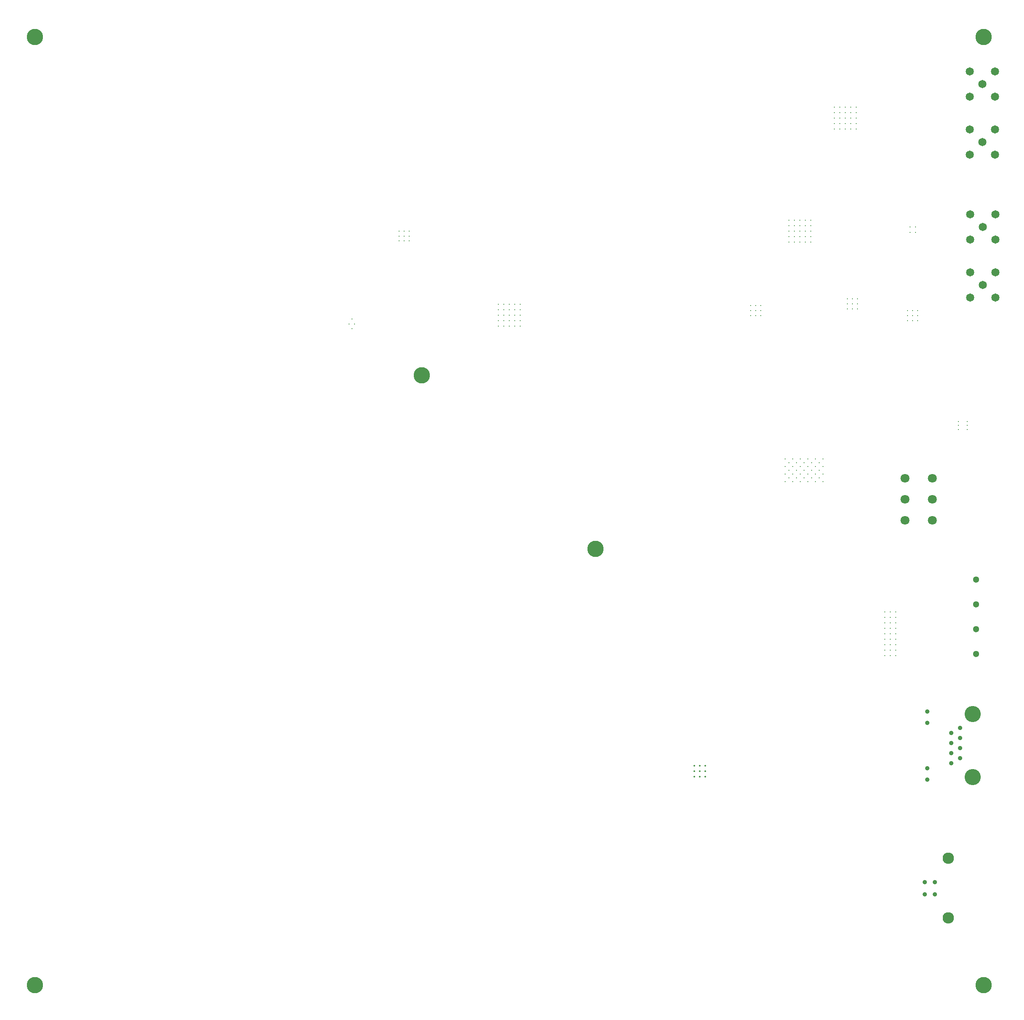
<source format=gbr>
%TF.GenerationSoftware,Altium Limited,Altium Designer,23.11.1 (41)*%
G04 Layer_Color=0*
%FSLAX45Y45*%
%MOMM*%
%TF.SameCoordinates,75D3B97C-BFDA-4FAF-9EB3-CC348FD6A853*%
%TF.FilePolarity,Positive*%
%TF.FileFunction,Plated,1,12,PTH,Drill*%
%TF.Part,Single*%
G01*
G75*
%TA.AperFunction,ComponentDrill*%
%ADD240C,3.30000*%
%ADD241C,1.65000*%
%ADD242C,3.25120*%
%ADD243C,0.88900*%
%ADD244C,2.30000*%
%ADD245C,0.90000*%
%ADD246C,0.35000*%
%ADD247C,1.30000*%
%ADD248C,1.80340*%
%TA.AperFunction,ViaDrill,NotFilled*%
%ADD249C,0.15240*%
%ADD250C,0.20000*%
%ADD251C,0.30000*%
%ADD252C,0.30480*%
%ADD253C,0.25400*%
D240*
X457199Y457199D02*
D03*
Y19557999D02*
D03*
X11744001Y9247042D02*
D03*
X8244001Y12747042D02*
D03*
X19557999Y457199D02*
D03*
Y19557999D02*
D03*
D241*
X19276059Y17193259D02*
D03*
X19784059D02*
D03*
Y17701259D02*
D03*
X19276059D02*
D03*
X19530058Y17447260D02*
D03*
X19545297Y15731273D02*
D03*
X19291296Y15985274D02*
D03*
X19799297D02*
D03*
Y15477274D02*
D03*
X19291296D02*
D03*
X19545297Y14562872D02*
D03*
X19291296Y14816873D02*
D03*
X19799297D02*
D03*
Y14308873D02*
D03*
X19291296D02*
D03*
X19530058Y18615659D02*
D03*
X19276059Y18869659D02*
D03*
X19784059D02*
D03*
Y18361659D02*
D03*
X19276059D02*
D03*
D242*
X19339796Y5918199D02*
D03*
Y4648199D02*
D03*
D243*
X19085797Y5638799D02*
D03*
Y5435599D02*
D03*
Y5232399D02*
D03*
Y5029199D02*
D03*
X18907997Y5537199D02*
D03*
Y5333999D02*
D03*
Y5130799D02*
D03*
Y4927599D02*
D03*
X18425397Y5968999D02*
D03*
Y4825999D02*
D03*
Y4597399D02*
D03*
Y5740399D02*
D03*
D244*
X18846799Y3014999D02*
D03*
Y1810998D02*
D03*
D245*
X18576802Y2288000D02*
D03*
Y2538002D02*
D03*
X18376802Y2288000D02*
D03*
Y2538002D02*
D03*
D246*
X13736798Y4875698D02*
D03*
X13843797D02*
D03*
X13950798D02*
D03*
X13736798Y4768698D02*
D03*
X13843797D02*
D03*
X13950798D02*
D03*
X13736798Y4661698D02*
D03*
X13843797D02*
D03*
X13950798D02*
D03*
D247*
X19405598Y7128001D02*
D03*
Y7628000D02*
D03*
Y8127999D02*
D03*
Y8627998D02*
D03*
D248*
X17973201Y9828000D02*
D03*
Y10248000D02*
D03*
Y10667999D02*
D03*
X18523198Y9828000D02*
D03*
Y10248000D02*
D03*
Y10667999D02*
D03*
D249*
X16873743Y8059072D02*
D03*
Y7868572D02*
D03*
Y7665372D02*
D03*
Y7462172D02*
D03*
X16872916Y7077949D02*
D03*
Y7281149D02*
D03*
X15461176Y7079564D02*
D03*
X15664375D02*
D03*
X15461176Y7282764D02*
D03*
X15664375D02*
D03*
X15257976D02*
D03*
X15054776D02*
D03*
X14851576D02*
D03*
X15257976Y7079564D02*
D03*
X15054776D02*
D03*
X14851576D02*
D03*
X15866982Y7078035D02*
D03*
X16070181D02*
D03*
X16273381D02*
D03*
X15866982Y7281235D02*
D03*
X16070181D02*
D03*
X16273381D02*
D03*
X16679781D02*
D03*
X16476581D02*
D03*
X16679781Y7078035D02*
D03*
X16476581D02*
D03*
X16477409Y7462258D02*
D03*
X16680609D02*
D03*
X16477409Y7665458D02*
D03*
X16680609D02*
D03*
Y7868658D02*
D03*
X16477409D02*
D03*
Y8059158D02*
D03*
X16680609D02*
D03*
X16274210D02*
D03*
X16071008D02*
D03*
X15867809D02*
D03*
Y7868658D02*
D03*
X16071008D02*
D03*
X16274210D02*
D03*
Y7665458D02*
D03*
X16071008D02*
D03*
X15867809D02*
D03*
X16274210Y7462258D02*
D03*
X16071008D02*
D03*
X15867809D02*
D03*
X18106390Y7575238D02*
D03*
Y7422838D02*
D03*
X17230090Y7435538D02*
D03*
Y7372038D02*
D03*
X1016000Y1778000D02*
D03*
X761377Y1782217D02*
D03*
X508000Y1778000D02*
D03*
X254000D02*
D03*
X1270000D02*
D03*
X1524000D02*
D03*
X1779853Y772706D02*
D03*
X1784070Y519329D02*
D03*
Y265329D02*
D03*
Y1789329D02*
D03*
Y1535329D02*
D03*
Y1027329D02*
D03*
Y1281329D02*
D03*
X1778000Y19050000D02*
D03*
X2032000D02*
D03*
X1777377Y18800217D02*
D03*
X2032000Y18796001D02*
D03*
Y19303999D02*
D03*
X1777377Y19308217D02*
D03*
X2032000Y19812000D02*
D03*
Y19558000D02*
D03*
X1778000Y19812000D02*
D03*
Y19558000D02*
D03*
X2286000D02*
D03*
Y19812000D02*
D03*
X10160000D02*
D03*
Y19558000D02*
D03*
X9652000D02*
D03*
Y19812000D02*
D03*
X9906000Y19558000D02*
D03*
Y19812000D02*
D03*
X8890000D02*
D03*
Y19558000D02*
D03*
X8636000Y19812000D02*
D03*
Y19558000D02*
D03*
X9144000D02*
D03*
Y19812000D02*
D03*
X9398000Y19558000D02*
D03*
Y19812000D02*
D03*
X7366000D02*
D03*
Y19558000D02*
D03*
X7112000Y19812000D02*
D03*
Y19558000D02*
D03*
X6604000D02*
D03*
Y19812000D02*
D03*
X6858000Y19558000D02*
D03*
Y19812000D02*
D03*
X7874000D02*
D03*
Y19558000D02*
D03*
X7620000Y19812000D02*
D03*
Y19558000D02*
D03*
X8128000D02*
D03*
Y19812000D02*
D03*
X8382000Y19558000D02*
D03*
Y19812000D02*
D03*
X4318000D02*
D03*
Y19558000D02*
D03*
X4064000Y19812000D02*
D03*
Y19558000D02*
D03*
X3556000D02*
D03*
Y19812000D02*
D03*
X3810000Y19558000D02*
D03*
Y19812000D02*
D03*
X2794000D02*
D03*
Y19558000D02*
D03*
X2540000Y19812000D02*
D03*
Y19558000D02*
D03*
X3048000D02*
D03*
Y19812000D02*
D03*
X3302000Y19558000D02*
D03*
Y19812000D02*
D03*
X5334000D02*
D03*
Y19558000D02*
D03*
X5080000Y19812000D02*
D03*
Y19558000D02*
D03*
X4572000D02*
D03*
Y19812000D02*
D03*
X4826000Y19558000D02*
D03*
Y19812000D02*
D03*
X5842000D02*
D03*
Y19558000D02*
D03*
X5588000Y19812000D02*
D03*
Y19558000D02*
D03*
X6096000D02*
D03*
Y19812000D02*
D03*
X6350000Y19558000D02*
D03*
Y19812000D02*
D03*
X2032000Y1270000D02*
D03*
Y1016000D02*
D03*
Y1524000D02*
D03*
Y1778000D02*
D03*
X1270000Y2794000D02*
D03*
X1524000D02*
D03*
X1778000D02*
D03*
X2032000D02*
D03*
X1270000Y2540000D02*
D03*
X1524000D02*
D03*
X1777377Y2544217D02*
D03*
X2032000Y2540000D02*
D03*
Y2032000D02*
D03*
X1777377Y2036217D02*
D03*
X1524000Y2032000D02*
D03*
X1270000D02*
D03*
X2032000Y2286000D02*
D03*
X1778000D02*
D03*
X1524000D02*
D03*
X1270000D02*
D03*
X254000D02*
D03*
X508000D02*
D03*
X762000D02*
D03*
X1016000D02*
D03*
X254000Y2032000D02*
D03*
X508000D02*
D03*
X761377Y2036217D02*
D03*
X1016000Y2032000D02*
D03*
Y2540000D02*
D03*
X761377Y2544217D02*
D03*
X508000Y2540000D02*
D03*
X254000D02*
D03*
X1016000Y2794000D02*
D03*
X762000D02*
D03*
X508000D02*
D03*
X254000D02*
D03*
X2794000Y254000D02*
D03*
Y508000D02*
D03*
Y762000D02*
D03*
X3048000Y254000D02*
D03*
Y508000D02*
D03*
X3043783Y761377D02*
D03*
X3302000Y762000D02*
D03*
Y508000D02*
D03*
Y254000D02*
D03*
X2032000D02*
D03*
Y508000D02*
D03*
X2027783Y761377D02*
D03*
X2535783D02*
D03*
X2540000Y508000D02*
D03*
Y254000D02*
D03*
X2286000Y762000D02*
D03*
Y508000D02*
D03*
Y254000D02*
D03*
X15239999D02*
D03*
Y508000D02*
D03*
Y762000D02*
D03*
X15494000Y254000D02*
D03*
Y508000D02*
D03*
X15489783Y761377D02*
D03*
X15997783D02*
D03*
X16002000Y508000D02*
D03*
Y254000D02*
D03*
X15748000Y762000D02*
D03*
Y508000D02*
D03*
Y254000D02*
D03*
X16764000D02*
D03*
Y508000D02*
D03*
Y762000D02*
D03*
X17017999Y254000D02*
D03*
Y508000D02*
D03*
X17013783Y761377D02*
D03*
X16505783D02*
D03*
X16510001Y508000D02*
D03*
Y254000D02*
D03*
X16256000Y762000D02*
D03*
Y508000D02*
D03*
Y254000D02*
D03*
X18288000D02*
D03*
Y508000D02*
D03*
Y762000D02*
D03*
X17780000Y254000D02*
D03*
Y508000D02*
D03*
Y762000D02*
D03*
X18034000Y254000D02*
D03*
Y508000D02*
D03*
X18029784Y761377D02*
D03*
X17521783D02*
D03*
X17525999Y508000D02*
D03*
Y254000D02*
D03*
X17272000Y762000D02*
D03*
Y508000D02*
D03*
Y254000D02*
D03*
X13208000D02*
D03*
Y508000D02*
D03*
Y762000D02*
D03*
X13462000Y254000D02*
D03*
Y508000D02*
D03*
X13457784Y761377D02*
D03*
X13965784D02*
D03*
X13970000Y508000D02*
D03*
Y254000D02*
D03*
X13716000Y762000D02*
D03*
Y508000D02*
D03*
Y254000D02*
D03*
X14732001D02*
D03*
Y508000D02*
D03*
Y762000D02*
D03*
X14986000Y254000D02*
D03*
Y508000D02*
D03*
X14981783Y761377D02*
D03*
X14473782D02*
D03*
X14478000Y508000D02*
D03*
Y254000D02*
D03*
X14224001Y762000D02*
D03*
Y508000D02*
D03*
Y254000D02*
D03*
X12192000D02*
D03*
Y508000D02*
D03*
Y762000D02*
D03*
X12446000Y254000D02*
D03*
Y508000D02*
D03*
X12441783Y761377D02*
D03*
X12949783D02*
D03*
X12953999Y508000D02*
D03*
Y254000D02*
D03*
X12700000Y762000D02*
D03*
Y508000D02*
D03*
Y254000D02*
D03*
X11684000D02*
D03*
Y508000D02*
D03*
Y762000D02*
D03*
X11938000Y254000D02*
D03*
Y508000D02*
D03*
X11933783Y761377D02*
D03*
X11425783D02*
D03*
X11430000Y508000D02*
D03*
Y254000D02*
D03*
X3556000D02*
D03*
Y508000D02*
D03*
X3551783Y761377D02*
D03*
X4059783D02*
D03*
X4064000Y508000D02*
D03*
Y254000D02*
D03*
X3810000Y762000D02*
D03*
Y508000D02*
D03*
Y254000D02*
D03*
X4826000D02*
D03*
Y508000D02*
D03*
Y762000D02*
D03*
X5080000Y254000D02*
D03*
Y508000D02*
D03*
X5075783Y761377D02*
D03*
X4567783D02*
D03*
X4572000Y508000D02*
D03*
Y254000D02*
D03*
X4318000Y762000D02*
D03*
Y508000D02*
D03*
Y254000D02*
D03*
X6350000D02*
D03*
Y508000D02*
D03*
Y762000D02*
D03*
X6604000Y254000D02*
D03*
Y508000D02*
D03*
X6599783Y761377D02*
D03*
X7107783D02*
D03*
X7112000Y508000D02*
D03*
Y254000D02*
D03*
X6858000Y762000D02*
D03*
Y508000D02*
D03*
Y254000D02*
D03*
X5842000D02*
D03*
Y508000D02*
D03*
Y762000D02*
D03*
X6096000Y254000D02*
D03*
Y508000D02*
D03*
X6091783Y761377D02*
D03*
X5583783D02*
D03*
X5588000Y508000D02*
D03*
Y254000D02*
D03*
X5334000Y762000D02*
D03*
Y508000D02*
D03*
Y254000D02*
D03*
X9398000D02*
D03*
Y508000D02*
D03*
Y762000D02*
D03*
X9652000Y254000D02*
D03*
Y508000D02*
D03*
X9647783Y761377D02*
D03*
X10155783D02*
D03*
X10160000Y508000D02*
D03*
Y254000D02*
D03*
X9906000Y762000D02*
D03*
Y508000D02*
D03*
Y254000D02*
D03*
X10922000D02*
D03*
Y508000D02*
D03*
Y762000D02*
D03*
X11176000Y254000D02*
D03*
Y508000D02*
D03*
X11171783Y761377D02*
D03*
X10663783D02*
D03*
X10668000Y508000D02*
D03*
Y254000D02*
D03*
X10414000Y762000D02*
D03*
Y508000D02*
D03*
Y254000D02*
D03*
X8382000D02*
D03*
Y508000D02*
D03*
Y762000D02*
D03*
X8636000Y254000D02*
D03*
Y508000D02*
D03*
X8631783Y761377D02*
D03*
X9139783D02*
D03*
X9144000Y508000D02*
D03*
Y254000D02*
D03*
X8890000Y762000D02*
D03*
Y508000D02*
D03*
Y254000D02*
D03*
X7874000D02*
D03*
Y508000D02*
D03*
Y762000D02*
D03*
X8128000Y254000D02*
D03*
Y508000D02*
D03*
X8123783Y761377D02*
D03*
X7615783D02*
D03*
X7620000Y508000D02*
D03*
Y254000D02*
D03*
X7366000Y762000D02*
D03*
Y508000D02*
D03*
Y254000D02*
D03*
X254000Y14732001D02*
D03*
X508000D02*
D03*
X762000D02*
D03*
X1016000D02*
D03*
X254000Y14478000D02*
D03*
X508000D02*
D03*
X761377Y14482217D02*
D03*
X1016000Y14478000D02*
D03*
Y13970000D02*
D03*
X761377Y13974217D02*
D03*
X508000Y13970000D02*
D03*
X254000D02*
D03*
X1016000Y14224001D02*
D03*
X762000D02*
D03*
X508000D02*
D03*
X254000D02*
D03*
X1270000D02*
D03*
X1524000D02*
D03*
X1778000D02*
D03*
X2032000D02*
D03*
X1270000Y13970000D02*
D03*
X1524000D02*
D03*
X1777377Y13974217D02*
D03*
X2032000Y13970000D02*
D03*
Y14478000D02*
D03*
X1777377Y14482217D02*
D03*
X1524000Y14478000D02*
D03*
X1270000D02*
D03*
X2032000Y14732001D02*
D03*
X1778000D02*
D03*
X1524000D02*
D03*
X1270000D02*
D03*
Y13716000D02*
D03*
X1524000D02*
D03*
X1778000D02*
D03*
X2032000D02*
D03*
X1270000Y13462000D02*
D03*
X1524000D02*
D03*
X1777377Y13466217D02*
D03*
X2032000Y13462000D02*
D03*
Y12953999D02*
D03*
X1777377Y12958217D02*
D03*
X1524000Y12953999D02*
D03*
X1270000D02*
D03*
X2032000Y13208000D02*
D03*
X1778000D02*
D03*
X1524000D02*
D03*
X1270000D02*
D03*
X254000D02*
D03*
X508000D02*
D03*
X762000D02*
D03*
X1016000D02*
D03*
X254000Y12953999D02*
D03*
X508000D02*
D03*
X761377Y12958217D02*
D03*
X1016000Y12953999D02*
D03*
Y13462000D02*
D03*
X761377Y13466217D02*
D03*
X508000Y13462000D02*
D03*
X254000D02*
D03*
X1016000Y13716000D02*
D03*
X762000D02*
D03*
X508000D02*
D03*
X254000D02*
D03*
Y11684000D02*
D03*
X508000D02*
D03*
X762000D02*
D03*
X1016000D02*
D03*
X254000Y11430000D02*
D03*
X508000D02*
D03*
X761377Y11434217D02*
D03*
X1016000Y11430000D02*
D03*
Y10922000D02*
D03*
X761377Y10926217D02*
D03*
X508000Y10922000D02*
D03*
X254000D02*
D03*
X1016000Y11176000D02*
D03*
X762000D02*
D03*
X508000D02*
D03*
X254000D02*
D03*
X1270000D02*
D03*
X1524000D02*
D03*
X1778000D02*
D03*
X2032000D02*
D03*
X1270000Y10922000D02*
D03*
X1524000D02*
D03*
X1777377Y10926217D02*
D03*
X2032000Y10922000D02*
D03*
Y11430000D02*
D03*
X1777377Y11434217D02*
D03*
X1524000Y11430000D02*
D03*
X1270000D02*
D03*
X2032000Y11684000D02*
D03*
X1778000D02*
D03*
X1524000D02*
D03*
X1270000D02*
D03*
Y12700000D02*
D03*
X1524000D02*
D03*
X1778000D02*
D03*
X2032000D02*
D03*
X1270000Y12446000D02*
D03*
X1524000D02*
D03*
X1777377Y12450217D02*
D03*
X2032000Y12446000D02*
D03*
Y11938000D02*
D03*
X1777377Y11942217D02*
D03*
X1524000Y11938000D02*
D03*
X1270000D02*
D03*
X2032000Y12192000D02*
D03*
X1778000D02*
D03*
X1524000D02*
D03*
X1270000D02*
D03*
X254000D02*
D03*
X508000D02*
D03*
X762000D02*
D03*
X1016000D02*
D03*
X254000Y11938000D02*
D03*
X508000D02*
D03*
X761377Y11942217D02*
D03*
X1016000Y11938000D02*
D03*
Y12446000D02*
D03*
X761377Y12450217D02*
D03*
X508000Y12446000D02*
D03*
X254000D02*
D03*
X1016000Y12700000D02*
D03*
X762000D02*
D03*
X508000D02*
D03*
X254000D02*
D03*
Y16764000D02*
D03*
X508000D02*
D03*
X762000D02*
D03*
X1016000D02*
D03*
X254000Y16510001D02*
D03*
X508000D02*
D03*
X761377Y16514217D02*
D03*
X1016000Y16510001D02*
D03*
Y16002000D02*
D03*
X761377Y16006216D02*
D03*
X508000Y16002000D02*
D03*
X254000D02*
D03*
X1016000Y16256000D02*
D03*
X762000D02*
D03*
X508000D02*
D03*
X254000D02*
D03*
X1270000D02*
D03*
X1524000D02*
D03*
X1778000D02*
D03*
X2032000D02*
D03*
X1270000Y16002000D02*
D03*
X1524000D02*
D03*
X1777377Y16006216D02*
D03*
X2032000Y16002000D02*
D03*
Y16510001D02*
D03*
X1777377Y16514217D02*
D03*
X1524000Y16510001D02*
D03*
X1270000D02*
D03*
X2032000Y16764000D02*
D03*
X1778000D02*
D03*
X1524000D02*
D03*
X1270000D02*
D03*
Y15748000D02*
D03*
X1524000D02*
D03*
X1778000D02*
D03*
X2032000D02*
D03*
X1270000Y15494000D02*
D03*
X1524000D02*
D03*
X1777377Y15498216D02*
D03*
X2032000Y15494000D02*
D03*
Y14986000D02*
D03*
X1777377Y14990218D02*
D03*
X1524000Y14986000D02*
D03*
X1270000D02*
D03*
X2032000Y15239999D02*
D03*
X1778000D02*
D03*
X1524000D02*
D03*
X1270000D02*
D03*
X254000D02*
D03*
X508000D02*
D03*
X762000D02*
D03*
X1016000D02*
D03*
X254000Y14986000D02*
D03*
X508000D02*
D03*
X761377Y14990218D02*
D03*
X1016000Y14986000D02*
D03*
Y15494000D02*
D03*
X761377Y15498216D02*
D03*
X508000Y15494000D02*
D03*
X254000D02*
D03*
X1016000Y15748000D02*
D03*
X762000D02*
D03*
X508000D02*
D03*
X254000D02*
D03*
Y17780000D02*
D03*
X508000D02*
D03*
X762000D02*
D03*
X1016000D02*
D03*
X254000Y17525999D02*
D03*
X508000D02*
D03*
X761377Y17530217D02*
D03*
X1016000Y17525999D02*
D03*
Y17017999D02*
D03*
X761377Y17022217D02*
D03*
X508000Y17017999D02*
D03*
X254000D02*
D03*
X1016000Y17272000D02*
D03*
X762000D02*
D03*
X508000D02*
D03*
X254000D02*
D03*
X1270000D02*
D03*
X1524000D02*
D03*
X1778000D02*
D03*
X2032000D02*
D03*
X1270000Y17017999D02*
D03*
X1524000D02*
D03*
X1777377Y17022217D02*
D03*
X2032000Y17017999D02*
D03*
Y17525999D02*
D03*
X1777377Y17530217D02*
D03*
X1524000Y17525999D02*
D03*
X1270000D02*
D03*
X2032000Y17780000D02*
D03*
X1778000D02*
D03*
X1524000D02*
D03*
X1270000D02*
D03*
X1777377Y18546217D02*
D03*
X2032000Y18542000D02*
D03*
Y18034000D02*
D03*
X1777377Y18038217D02*
D03*
X1524000Y18034000D02*
D03*
X1270000D02*
D03*
X2032000Y18288000D02*
D03*
X1778000D02*
D03*
X1524000D02*
D03*
X1270000D02*
D03*
X254000D02*
D03*
X508000D02*
D03*
X762000D02*
D03*
X1016000D02*
D03*
X254000Y18034000D02*
D03*
X508000D02*
D03*
X761377Y18038217D02*
D03*
X1016000Y18034000D02*
D03*
X254000Y10668000D02*
D03*
X508000D02*
D03*
X761377Y10672217D02*
D03*
X1016000Y10668000D02*
D03*
Y10160000D02*
D03*
X761377Y10164217D02*
D03*
X508000Y10160000D02*
D03*
X254000D02*
D03*
X1016000Y10414000D02*
D03*
X762000D02*
D03*
X508000D02*
D03*
X254000D02*
D03*
X1270000D02*
D03*
X1524000D02*
D03*
X1778000D02*
D03*
X2032000D02*
D03*
X1270000Y10160000D02*
D03*
X1524000D02*
D03*
X1777377Y10164217D02*
D03*
X2032000Y10160000D02*
D03*
Y10668000D02*
D03*
X1777377Y10672217D02*
D03*
X1524000Y10668000D02*
D03*
X1270000D02*
D03*
Y9906000D02*
D03*
X1524000D02*
D03*
X1778000D02*
D03*
X2032000D02*
D03*
X1270000Y9652000D02*
D03*
X1524000D02*
D03*
X1777377Y9656217D02*
D03*
X2032000Y9652000D02*
D03*
Y9144000D02*
D03*
X1777377Y9148217D02*
D03*
X1524000Y9144000D02*
D03*
X1270000D02*
D03*
X2032000Y9398000D02*
D03*
X1778000D02*
D03*
X1524000D02*
D03*
X1270000D02*
D03*
X254000D02*
D03*
X508000D02*
D03*
X762000D02*
D03*
X1016000D02*
D03*
X254000Y9144000D02*
D03*
X508000D02*
D03*
X761377Y9148217D02*
D03*
X1016000Y9144000D02*
D03*
Y9652000D02*
D03*
X761377Y9656217D02*
D03*
X508000Y9652000D02*
D03*
X254000D02*
D03*
X1016000Y9906000D02*
D03*
X762000D02*
D03*
X508000D02*
D03*
X254000D02*
D03*
Y7874000D02*
D03*
X508000D02*
D03*
X762000D02*
D03*
X1016000D02*
D03*
X254000Y7620000D02*
D03*
X508000D02*
D03*
X761377Y7624217D02*
D03*
X1016000Y7620000D02*
D03*
Y7112000D02*
D03*
X761377Y7116217D02*
D03*
X508000Y7112000D02*
D03*
X254000D02*
D03*
X1016000Y7366000D02*
D03*
X762000D02*
D03*
X508000D02*
D03*
X254000D02*
D03*
X1270000D02*
D03*
X1524000D02*
D03*
X1778000D02*
D03*
X2032000D02*
D03*
X1270000Y7112000D02*
D03*
X1524000D02*
D03*
X1777377Y7116217D02*
D03*
X2032000Y7112000D02*
D03*
Y7620000D02*
D03*
X1777377Y7624217D02*
D03*
X1524000Y7620000D02*
D03*
X1270000D02*
D03*
X2032000Y7874000D02*
D03*
X1778000D02*
D03*
X1524000D02*
D03*
X1270000D02*
D03*
Y8890000D02*
D03*
X1524000D02*
D03*
X1778000D02*
D03*
X2032000D02*
D03*
X1270000Y8636000D02*
D03*
X1524000D02*
D03*
X1777377Y8640217D02*
D03*
X2032000Y8636000D02*
D03*
Y8128000D02*
D03*
X1777377Y8132217D02*
D03*
X1524000Y8128000D02*
D03*
X1270000D02*
D03*
X2032000Y8382000D02*
D03*
X1778000D02*
D03*
X1524000D02*
D03*
X1270000D02*
D03*
X254000D02*
D03*
X508000D02*
D03*
X762000D02*
D03*
X1016000D02*
D03*
X254000Y8128000D02*
D03*
X508000D02*
D03*
X761377Y8132217D02*
D03*
X1016000Y8128000D02*
D03*
Y8636000D02*
D03*
X761377Y8640217D02*
D03*
X508000Y8636000D02*
D03*
X254000D02*
D03*
X1016000Y8890000D02*
D03*
X762000D02*
D03*
X508000D02*
D03*
X254000D02*
D03*
Y4826000D02*
D03*
X508000D02*
D03*
X762000D02*
D03*
X1016000D02*
D03*
X254000Y4572000D02*
D03*
X508000D02*
D03*
X761377Y4576217D02*
D03*
X1016000Y4572000D02*
D03*
Y4064000D02*
D03*
X761377Y4068217D02*
D03*
X508000Y4064000D02*
D03*
X254000D02*
D03*
X1016000Y4318000D02*
D03*
X762000D02*
D03*
X508000D02*
D03*
X254000D02*
D03*
X1270000D02*
D03*
X1524000D02*
D03*
X1778000D02*
D03*
X2032000D02*
D03*
X1270000Y4064000D02*
D03*
X1524000D02*
D03*
X1777377Y4068217D02*
D03*
X2032000Y4064000D02*
D03*
Y4572000D02*
D03*
X1777377Y4576217D02*
D03*
X1524000Y4572000D02*
D03*
X1270000D02*
D03*
X2032000Y4826000D02*
D03*
X1778000D02*
D03*
X1524000D02*
D03*
X1270000D02*
D03*
Y3810000D02*
D03*
X1524000D02*
D03*
X1778000D02*
D03*
X2032000D02*
D03*
X1270000Y3556000D02*
D03*
X1524000D02*
D03*
X1777377Y3560217D02*
D03*
X2032000Y3556000D02*
D03*
Y3048000D02*
D03*
X1777377Y3052217D02*
D03*
X1524000Y3048000D02*
D03*
X1270000D02*
D03*
X2032000Y3302000D02*
D03*
X1778000D02*
D03*
X1524000D02*
D03*
X1270000D02*
D03*
X254000D02*
D03*
X508000D02*
D03*
X762000D02*
D03*
X1016000D02*
D03*
X254000Y3048000D02*
D03*
X508000D02*
D03*
X761377Y3052217D02*
D03*
X1016000Y3048000D02*
D03*
Y3556000D02*
D03*
X761377Y3560217D02*
D03*
X508000Y3556000D02*
D03*
X254000D02*
D03*
X1016000Y3810000D02*
D03*
X762000D02*
D03*
X508000D02*
D03*
X254000D02*
D03*
Y5842000D02*
D03*
X508000D02*
D03*
X762000D02*
D03*
X1016000D02*
D03*
X254000Y5588000D02*
D03*
X508000D02*
D03*
X761377Y5592217D02*
D03*
X1016000Y5588000D02*
D03*
Y5080000D02*
D03*
X761377Y5084217D02*
D03*
X508000Y5080000D02*
D03*
X254000D02*
D03*
X1016000Y5334000D02*
D03*
X762000D02*
D03*
X508000D02*
D03*
X254000D02*
D03*
X1270000D02*
D03*
X1524000D02*
D03*
X1778000D02*
D03*
X2032000D02*
D03*
X1270000Y5080000D02*
D03*
X1524000D02*
D03*
X1777377Y5084217D02*
D03*
X2032000Y5080000D02*
D03*
Y5588000D02*
D03*
X1777377Y5592217D02*
D03*
X1524000Y5588000D02*
D03*
X1270000D02*
D03*
X2032000Y5842000D02*
D03*
X1778000D02*
D03*
X1524000D02*
D03*
X1270000D02*
D03*
Y6858000D02*
D03*
X1524000D02*
D03*
X1778000D02*
D03*
X2032000D02*
D03*
X1270000Y6604000D02*
D03*
X1524000D02*
D03*
X1777377Y6608217D02*
D03*
X2032000Y6604000D02*
D03*
Y6096000D02*
D03*
X1777377Y6100217D02*
D03*
X1524000Y6096000D02*
D03*
X1270000D02*
D03*
X2032000Y6350000D02*
D03*
X1778000D02*
D03*
X1524000D02*
D03*
X1270000D02*
D03*
X254000D02*
D03*
X508000D02*
D03*
X762000D02*
D03*
X1016000D02*
D03*
X254000Y6096000D02*
D03*
X508000D02*
D03*
X761377Y6100217D02*
D03*
X1016000Y6096000D02*
D03*
Y6604000D02*
D03*
X761377Y6608217D02*
D03*
X508000Y6604000D02*
D03*
X254000D02*
D03*
X1016000Y6858000D02*
D03*
X762000D02*
D03*
X508000D02*
D03*
X254000D02*
D03*
X7721600Y8584660D02*
D03*
Y8709660D02*
D03*
X7818120D02*
D03*
Y8584660D02*
D03*
X5372100Y10795000D02*
D03*
Y10642600D02*
D03*
Y10528300D02*
D03*
X7544918Y12664638D02*
D03*
Y12867838D02*
D03*
X7354418D02*
D03*
X7434580Y13610591D02*
D03*
X6380912Y10371003D02*
D03*
X6295002D02*
D03*
X5600700Y10759887D02*
D03*
X11503399Y11944924D02*
D03*
X6295002Y9536490D02*
D03*
X6230912D02*
D03*
X12497783Y4719937D02*
D03*
X12582209Y4589165D02*
D03*
X12828964Y4696025D02*
D03*
X12545494Y4644789D02*
D03*
X12743040Y4696025D02*
D03*
X12579447Y4719937D02*
D03*
X13073380Y5326380D02*
D03*
X8234680Y16193639D02*
D03*
X7997351Y16383437D02*
D03*
X8404860Y15925252D02*
D03*
Y15800252D02*
D03*
X9972040Y6158139D02*
D03*
X10175240D02*
D03*
X9768840D02*
D03*
X11191240Y6154420D02*
D03*
X11394440D02*
D03*
X10777220Y6158139D02*
D03*
X10988040Y6154420D02*
D03*
X10370820Y6158139D02*
D03*
X10574020D02*
D03*
X10868660Y6385560D02*
D03*
X11071860D02*
D03*
X11275060D02*
D03*
X10251440Y6389279D02*
D03*
X10454640D02*
D03*
X10657840D02*
D03*
X11805920Y5951220D02*
D03*
X11602720Y6154420D02*
D03*
X11805920D02*
D03*
X12009120D02*
D03*
Y5951220D02*
D03*
X11805951Y6759111D02*
D03*
Y6555911D02*
D03*
X12009151Y6759111D02*
D03*
Y6555911D02*
D03*
Y6352711D02*
D03*
X11805951D02*
D03*
X11275060Y6588760D02*
D03*
X11071860D02*
D03*
X10868660D02*
D03*
X10657840Y6592479D02*
D03*
X10454640D02*
D03*
X10251440D02*
D03*
X14724380Y12194540D02*
D03*
X14879729Y12391923D02*
D03*
X5670154Y5075590D02*
D03*
Y6294645D02*
D03*
Y6091445D02*
D03*
Y5888245D02*
D03*
Y5481845D02*
D03*
Y5278645D02*
D03*
X7981554Y7120145D02*
D03*
Y6916945D02*
D03*
X8184754D02*
D03*
X7981554Y6713745D02*
D03*
X8184754D02*
D03*
X8387954D02*
D03*
Y6916945D02*
D03*
X8184754Y7120145D02*
D03*
X8387954D02*
D03*
X7981554Y5900945D02*
D03*
Y5494545D02*
D03*
X8184754D02*
D03*
Y5900945D02*
D03*
X8387954Y5494545D02*
D03*
Y5900945D02*
D03*
X7981554Y5697745D02*
D03*
X5873354Y5888245D02*
D03*
X8184754Y5697745D02*
D03*
X5873354Y5481845D02*
D03*
X5670154Y5685045D02*
D03*
X5873354D02*
D03*
X8387954Y5697745D02*
D03*
X7981554Y6104145D02*
D03*
Y6510545D02*
D03*
Y6307345D02*
D03*
X8184754D02*
D03*
X8387954D02*
D03*
X8184754Y6510545D02*
D03*
X8387954D02*
D03*
X8184754Y6104145D02*
D03*
X8387954D02*
D03*
X7981554Y5088290D02*
D03*
Y5291345D02*
D03*
X8184754D02*
D03*
Y5088290D02*
D03*
X8387954D02*
D03*
Y5291345D02*
D03*
X5670154Y6497845D02*
D03*
Y6701045D02*
D03*
X5873354Y6497845D02*
D03*
Y6701045D02*
D03*
Y7107445D02*
D03*
Y6904245D02*
D03*
X5670154D02*
D03*
Y7107445D02*
D03*
X6076554Y6701045D02*
D03*
Y7107445D02*
D03*
Y6904245D02*
D03*
Y6497845D02*
D03*
X5873354Y6294645D02*
D03*
X6076554Y5481845D02*
D03*
Y5685045D02*
D03*
Y6294645D02*
D03*
Y5888245D02*
D03*
X5873354Y6091445D02*
D03*
X6076554D02*
D03*
X5873354Y5278645D02*
D03*
Y5075590D02*
D03*
X6076554D02*
D03*
Y5278645D02*
D03*
X5873354Y3043590D02*
D03*
Y3449990D02*
D03*
Y3246790D02*
D03*
Y2840390D02*
D03*
X5670154D02*
D03*
X8387954Y3665890D02*
D03*
X8184754D02*
D03*
X8387954Y4275490D02*
D03*
X7981554Y4681890D02*
D03*
Y3665890D02*
D03*
Y4275490D02*
D03*
Y4072290D02*
D03*
X8184754Y3869090D02*
D03*
Y4072290D02*
D03*
Y4478690D02*
D03*
Y4681890D02*
D03*
Y4275490D02*
D03*
X8387954Y3869090D02*
D03*
Y4072290D02*
D03*
Y4681890D02*
D03*
Y4478690D02*
D03*
X5670154Y4262790D02*
D03*
Y3856390D02*
D03*
Y3246790D02*
D03*
Y3449990D02*
D03*
Y3653190D02*
D03*
Y4872390D02*
D03*
Y4465990D02*
D03*
Y4059590D02*
D03*
Y4669190D02*
D03*
X8184754Y3462690D02*
D03*
X8387954Y3259490D02*
D03*
Y3056290D02*
D03*
Y3462690D02*
D03*
X8184754Y3056290D02*
D03*
X7981554D02*
D03*
X8184754Y3259490D02*
D03*
X7981554Y3462690D02*
D03*
Y3259490D02*
D03*
X5873354Y4872390D02*
D03*
X5670154Y3043590D02*
D03*
X6076554Y3246790D02*
D03*
Y3043590D02*
D03*
Y3449990D02*
D03*
Y2840390D02*
D03*
Y4872390D02*
D03*
X5873354Y3653190D02*
D03*
Y3856390D02*
D03*
Y4059590D02*
D03*
Y4262790D02*
D03*
Y4669190D02*
D03*
Y4465990D02*
D03*
X6076554Y3856390D02*
D03*
Y3653190D02*
D03*
Y4465990D02*
D03*
Y4669190D02*
D03*
Y4059590D02*
D03*
Y4262790D02*
D03*
X7981554Y3869090D02*
D03*
Y4478690D02*
D03*
Y4885090D02*
D03*
X8184754D02*
D03*
X8387954D02*
D03*
X8299296Y17251961D02*
D03*
X8786301Y17825337D02*
D03*
X16869511Y10575999D02*
D03*
X17104660Y11361659D02*
D03*
X17017999Y11363399D02*
D03*
X16776532D02*
D03*
X16666692D02*
D03*
X16539752D02*
D03*
X19075400Y12258652D02*
D03*
X12755631Y4993070D02*
D03*
X15326540Y14048006D02*
D03*
X9060990Y9490762D02*
D03*
X8637778Y9488434D02*
D03*
X9731064Y9388221D02*
D03*
X8520695Y11907587D02*
D03*
X8519264Y11492921D02*
D03*
X8725100Y12300002D02*
D03*
X8991010Y12416842D02*
D03*
X8759190D02*
D03*
X9652598Y12483363D02*
D03*
X10075103D02*
D03*
X10725100Y12482882D02*
D03*
X10297602D02*
D03*
X11440789Y11714788D02*
D03*
X11504506Y11872503D02*
D03*
Y11672503D02*
D03*
Y11272504D02*
D03*
X11505361Y10812847D02*
D03*
X11506601Y10427506D02*
D03*
Y10180372D02*
D03*
Y10267313D02*
D03*
X11510441Y9650002D02*
D03*
Y10072507D02*
D03*
X11063877Y9584243D02*
D03*
X9170780Y9498538D02*
D03*
X10825100Y11597692D02*
D03*
X9224901Y11600232D02*
D03*
X10525001Y9900002D02*
D03*
X10525100Y9700002D02*
D03*
X4280330Y10687101D02*
D03*
Y10864900D02*
D03*
X7151218Y12664638D02*
D03*
Y12867838D02*
D03*
X7354418Y12664638D02*
D03*
X6948018D02*
D03*
Y12867838D02*
D03*
X7748118Y12664638D02*
D03*
Y12867838D02*
D03*
X2743200Y12725254D02*
D03*
Y12522054D02*
D03*
Y12928600D02*
D03*
Y13335001D02*
D03*
Y13538200D02*
D03*
Y13131799D02*
D03*
Y13741400D02*
D03*
Y13944600D02*
D03*
X15201900Y14300200D02*
D03*
X15405099D02*
D03*
Y14503400D02*
D03*
X15201900D02*
D03*
X15608299D02*
D03*
X15811501D02*
D03*
Y14300200D02*
D03*
X15608299D02*
D03*
X17183099Y13893800D02*
D03*
X14833600Y15530302D02*
D03*
X14935201D02*
D03*
Y15428702D02*
D03*
X14833600D02*
D03*
X18834100Y19215100D02*
D03*
Y19418300D02*
D03*
Y19608800D02*
D03*
Y19812000D02*
D03*
X18224500D02*
D03*
X18427699D02*
D03*
X18630901D02*
D03*
Y19608800D02*
D03*
X18427699D02*
D03*
X18224500D02*
D03*
Y19418300D02*
D03*
X18427699D02*
D03*
X18630901D02*
D03*
Y19215100D02*
D03*
X18427699D02*
D03*
X18224500D02*
D03*
X14389101D02*
D03*
X14592300D02*
D03*
X14795500D02*
D03*
Y19418300D02*
D03*
X14592300D02*
D03*
X14389101D02*
D03*
Y19608800D02*
D03*
X14592300D02*
D03*
X14795500D02*
D03*
Y19812000D02*
D03*
X14592300D02*
D03*
X14389101D02*
D03*
X14998700D02*
D03*
X15201900D02*
D03*
X15405099D02*
D03*
Y19608800D02*
D03*
X15201900D02*
D03*
X14998700D02*
D03*
Y19418300D02*
D03*
X15201900D02*
D03*
X15405099D02*
D03*
Y19215100D02*
D03*
X15201900D02*
D03*
X14998700D02*
D03*
X15608299D02*
D03*
X15811501D02*
D03*
X16014700D02*
D03*
Y19418300D02*
D03*
X15811501D02*
D03*
X15608299D02*
D03*
Y19608800D02*
D03*
X15811501D02*
D03*
X16014700D02*
D03*
Y19812000D02*
D03*
X15811501D02*
D03*
X15608299D02*
D03*
X16611600D02*
D03*
X16814799D02*
D03*
X17017999D02*
D03*
Y19608800D02*
D03*
X16814799D02*
D03*
X16611600D02*
D03*
Y19418300D02*
D03*
X16814799D02*
D03*
X17017999D02*
D03*
X16611600Y19215100D02*
D03*
X16205200D02*
D03*
X16408400D02*
D03*
Y19418300D02*
D03*
X16205200D02*
D03*
Y19608800D02*
D03*
X16408400D02*
D03*
Y19812000D02*
D03*
X16205200D02*
D03*
X17208501D02*
D03*
X17411700D02*
D03*
Y19608800D02*
D03*
X17208501D02*
D03*
Y19418300D02*
D03*
X17411700D02*
D03*
Y19215100D02*
D03*
X17208501D02*
D03*
X17614900D02*
D03*
X17818100D02*
D03*
X18021300D02*
D03*
Y19418300D02*
D03*
X17818100D02*
D03*
X17614900D02*
D03*
Y19608800D02*
D03*
X17818100D02*
D03*
X18021300D02*
D03*
Y19812000D02*
D03*
X17818100D02*
D03*
X17614900D02*
D03*
X19843686Y13747263D02*
D03*
X19640488D02*
D03*
X19437286D02*
D03*
X19500482Y15029259D02*
D03*
X19703682D02*
D03*
Y15232458D02*
D03*
X19500482D02*
D03*
X19297282D02*
D03*
Y15029259D02*
D03*
X19316701Y16357600D02*
D03*
Y16560800D02*
D03*
X19519901D02*
D03*
X19723100D02*
D03*
Y16357600D02*
D03*
X19519901D02*
D03*
X17297400Y16738600D02*
D03*
X17500600D02*
D03*
X17703799D02*
D03*
Y16941800D02*
D03*
X17500600D02*
D03*
X17297400D02*
D03*
X17907001D02*
D03*
X18110201D02*
D03*
X18313400D02*
D03*
Y16738600D02*
D03*
X18110201D02*
D03*
X17907001D02*
D03*
X18719800D02*
D03*
X18516600Y16941800D02*
D03*
X19519901D02*
D03*
X19723100D02*
D03*
Y16738600D02*
D03*
X19519901D02*
D03*
X19113499D02*
D03*
X19316701D02*
D03*
Y16941800D02*
D03*
X19113499D02*
D03*
X13462000Y16738600D02*
D03*
X13665199D02*
D03*
X13868401D02*
D03*
Y16941800D02*
D03*
X13665199D02*
D03*
X13462000D02*
D03*
X14071600D02*
D03*
X14274800D02*
D03*
X14478000D02*
D03*
Y16738600D02*
D03*
X14274800D02*
D03*
X14071600D02*
D03*
X14681200D02*
D03*
X14884399D02*
D03*
X15087601D02*
D03*
Y16941800D02*
D03*
X14884399D02*
D03*
X14681200D02*
D03*
X15684500D02*
D03*
X15887700D02*
D03*
X16090900D02*
D03*
Y16738600D02*
D03*
X15887700D02*
D03*
X15684500D02*
D03*
X15278101D02*
D03*
X15481300D02*
D03*
Y16941800D02*
D03*
X15278101D02*
D03*
X16281400D02*
D03*
X16484599D02*
D03*
Y16738600D02*
D03*
X16281400D02*
D03*
X16687801D02*
D03*
X16891000D02*
D03*
X17094200D02*
D03*
Y16941800D02*
D03*
X16891000D02*
D03*
X16687801D02*
D03*
X16916400Y13627100D02*
D03*
Y13436600D02*
D03*
X17373599Y13309599D02*
D03*
X17183099D02*
D03*
X17843500Y13404388D02*
D03*
X17653000D02*
D03*
X4368800Y12280900D02*
D03*
Y12484100D02*
D03*
X4165600D02*
D03*
Y12280900D02*
D03*
X4775200D02*
D03*
Y12484100D02*
D03*
Y12687300D02*
D03*
X4572000D02*
D03*
Y12484100D02*
D03*
Y12280900D02*
D03*
Y12890500D02*
D03*
X4775200D02*
D03*
X14414500Y13462000D02*
D03*
X14617700D02*
D03*
X14808200D02*
D03*
X14211301D02*
D03*
X14008099D02*
D03*
X13817599D02*
D03*
X13614400D02*
D03*
X16256000Y13068300D02*
D03*
Y13271500D02*
D03*
Y13474699D02*
D03*
X16459200D02*
D03*
Y13271500D02*
D03*
Y13068300D02*
D03*
X16649699D02*
D03*
Y13271500D02*
D03*
Y13474699D02*
D03*
X16052800Y13068300D02*
D03*
Y13271500D02*
D03*
Y13474699D02*
D03*
X15849600D02*
D03*
Y13271500D02*
D03*
Y13068300D02*
D03*
X15659100D02*
D03*
Y13271500D02*
D03*
Y13474699D02*
D03*
X15455901D02*
D03*
Y13271500D02*
D03*
Y13068300D02*
D03*
X16992599Y12026900D02*
D03*
X17195799D02*
D03*
X17399001D02*
D03*
Y11823700D02*
D03*
X17195799D02*
D03*
X16992599D02*
D03*
Y11633200D02*
D03*
X17195799D02*
D03*
X17399001D02*
D03*
X16992599Y12230100D02*
D03*
X17195799D02*
D03*
X17399001D02*
D03*
Y12433300D02*
D03*
X17195799D02*
D03*
X16992599D02*
D03*
Y12623800D02*
D03*
X17195799D02*
D03*
X17399001D02*
D03*
Y12827000D02*
D03*
X17195799D02*
D03*
X16992599D02*
D03*
X17589500Y12026900D02*
D03*
Y11823700D02*
D03*
Y11633200D02*
D03*
Y12230100D02*
D03*
Y12433300D02*
D03*
Y12623800D02*
D03*
Y12827000D02*
D03*
X15875000Y11430000D02*
D03*
Y11633200D02*
D03*
X15671800D02*
D03*
Y11430000D02*
D03*
X13842999Y10363200D02*
D03*
Y10160000D02*
D03*
X13639799Y9956800D02*
D03*
X13233400D02*
D03*
X13436600D02*
D03*
X13030200D02*
D03*
Y9753600D02*
D03*
X13233400Y9550400D02*
D03*
X13436600D02*
D03*
Y9753600D02*
D03*
X13233400D02*
D03*
X13842999Y9956800D02*
D03*
X14452600Y9753600D02*
D03*
X13842999D02*
D03*
X13639799D02*
D03*
Y9550400D02*
D03*
X13842999D02*
D03*
X14046201D02*
D03*
X14249400D02*
D03*
Y9753600D02*
D03*
X14046201D02*
D03*
X14249400Y10363200D02*
D03*
X14046201D02*
D03*
X14249400Y10566400D02*
D03*
Y10160000D02*
D03*
X14046201D02*
D03*
Y9956800D02*
D03*
X14249400D02*
D03*
X14452600D02*
D03*
X14655800D02*
D03*
X14859000Y10160000D02*
D03*
X14655800D02*
D03*
X14452600D02*
D03*
Y10566400D02*
D03*
X14655800D02*
D03*
X14859000D02*
D03*
Y10363200D02*
D03*
X14655800D02*
D03*
X14452600D02*
D03*
Y10769600D02*
D03*
X14655800D02*
D03*
X14859000D02*
D03*
Y10972800D02*
D03*
X14655800D02*
D03*
X14452600D02*
D03*
Y11163300D02*
D03*
X14655800D02*
D03*
X14859000D02*
D03*
Y11366500D02*
D03*
X14655800D02*
D03*
X14452600D02*
D03*
X15062199D02*
D03*
Y11163300D02*
D03*
Y10972800D02*
D03*
Y10769600D02*
D03*
Y10363200D02*
D03*
Y10566400D02*
D03*
X12781084Y11836143D02*
D03*
X12577884D02*
D03*
Y11645643D02*
D03*
X12781084D02*
D03*
X10937690Y8966995D02*
D03*
X10734490D02*
D03*
Y8776495D02*
D03*
X10937690D02*
D03*
X10942858Y8611174D02*
D03*
X10739658D02*
D03*
Y8420674D02*
D03*
X10942858D02*
D03*
X12978603Y8260624D02*
D03*
X13181802D02*
D03*
X13385002D02*
D03*
Y8463824D02*
D03*
X13181802D02*
D03*
X12978603D02*
D03*
Y8654324D02*
D03*
X13181802D02*
D03*
X13385002D02*
D03*
Y8857524D02*
D03*
X13181802D02*
D03*
X12978603D02*
D03*
X13588202D02*
D03*
Y8654324D02*
D03*
Y8463824D02*
D03*
Y8260624D02*
D03*
X16710316Y9955931D02*
D03*
Y10159131D02*
D03*
X16507117D02*
D03*
Y9955931D02*
D03*
X16316617D02*
D03*
Y10159131D02*
D03*
X16113417D02*
D03*
Y9955931D02*
D03*
X15388223Y8705776D02*
D03*
X15591425D02*
D03*
Y8908976D02*
D03*
X15388223D02*
D03*
Y9099476D02*
D03*
X15591425D02*
D03*
Y9302676D02*
D03*
X15388223D02*
D03*
X14852403Y7463787D02*
D03*
X15055605D02*
D03*
X15258804D02*
D03*
X14852403Y7666987D02*
D03*
X15055605D02*
D03*
X15258804D02*
D03*
Y7870187D02*
D03*
X15055605D02*
D03*
X14852403D02*
D03*
Y8060687D02*
D03*
X15055605D02*
D03*
X15258804D02*
D03*
Y8263887D02*
D03*
X15055605D02*
D03*
X14852403D02*
D03*
X15462004D02*
D03*
X15665204D02*
D03*
Y8060687D02*
D03*
X15462004D02*
D03*
Y7870187D02*
D03*
X15665204D02*
D03*
Y7666987D02*
D03*
X15462004D02*
D03*
X15665204Y7463787D02*
D03*
X15462004D02*
D03*
X17447357Y9643941D02*
D03*
X17637857Y9847141D02*
D03*
Y9643941D02*
D03*
X8458200Y14363699D02*
D03*
X8661400D02*
D03*
Y14160500D02*
D03*
X8458200D02*
D03*
Y14566901D02*
D03*
X8661400D02*
D03*
Y14770100D02*
D03*
X8458200D02*
D03*
Y14960600D02*
D03*
X8661400D02*
D03*
X8255000D02*
D03*
X8051800D02*
D03*
X7848600D02*
D03*
Y14770100D02*
D03*
X8051800D02*
D03*
X8255000D02*
D03*
Y14566901D02*
D03*
X8051800D02*
D03*
X7848600D02*
D03*
Y14160500D02*
D03*
X8051800D02*
D03*
X8255000D02*
D03*
Y14363699D02*
D03*
X8051800D02*
D03*
X7848600D02*
D03*
X10706100Y12953999D02*
D03*
Y12750800D02*
D03*
X11303000D02*
D03*
X11112500D02*
D03*
Y12953999D02*
D03*
X10909300D02*
D03*
Y12750800D02*
D03*
X9906000Y12953999D02*
D03*
Y12750800D02*
D03*
X10502900Y12953999D02*
D03*
Y12750800D02*
D03*
X10312400D02*
D03*
Y12953999D02*
D03*
X10109200D02*
D03*
Y12750800D02*
D03*
X9105900Y12953999D02*
D03*
Y12750800D02*
D03*
X9702800Y12953999D02*
D03*
Y12750800D02*
D03*
X9512300D02*
D03*
Y12953999D02*
D03*
X9309100D02*
D03*
Y12750800D02*
D03*
X10942858Y8062012D02*
D03*
X10739658D02*
D03*
Y8252512D02*
D03*
X10942858D02*
D03*
X12090400Y9842500D02*
D03*
X12293600Y9639300D02*
D03*
X12090400D02*
D03*
X12293600Y9436100D02*
D03*
X12090400D02*
D03*
X12293600Y9842500D02*
D03*
Y10045700D02*
D03*
X12090400D02*
D03*
Y11252200D02*
D03*
X12293600D02*
D03*
Y11049000D02*
D03*
X12090400D02*
D03*
Y10858500D02*
D03*
X12293600D02*
D03*
Y10655300D02*
D03*
X12090400D02*
D03*
Y10248900D02*
D03*
X12293600D02*
D03*
Y10452100D02*
D03*
X12090400D02*
D03*
Y12458700D02*
D03*
X12293600D02*
D03*
Y12255500D02*
D03*
X12090400D02*
D03*
Y12065000D02*
D03*
X12293600D02*
D03*
Y11861800D02*
D03*
X12090400D02*
D03*
Y11455400D02*
D03*
X12293600D02*
D03*
Y11658600D02*
D03*
X12090400D02*
D03*
X10236200Y9258300D02*
D03*
X10033000D02*
D03*
X9469120Y8851900D02*
D03*
Y9055100D02*
D03*
X9639300D02*
D03*
Y8851900D02*
D03*
X9829800D02*
D03*
Y9055100D02*
D03*
X10033000D02*
D03*
Y8851900D02*
D03*
Y8242300D02*
D03*
Y8445500D02*
D03*
Y8648700D02*
D03*
X9829800D02*
D03*
Y8445500D02*
D03*
Y8242300D02*
D03*
X9639300D02*
D03*
Y8445500D02*
D03*
Y8648700D02*
D03*
X9469120D02*
D03*
Y8445500D02*
D03*
Y8242300D02*
D03*
Y8039100D02*
D03*
X9639300D02*
D03*
X9829800D02*
D03*
X10033000D02*
D03*
X4368800Y12687300D02*
D03*
Y12890500D02*
D03*
X3759200D02*
D03*
X3962400D02*
D03*
X4165600D02*
D03*
Y12687300D02*
D03*
X3962400D02*
D03*
X3759200D02*
D03*
Y13093700D02*
D03*
X3962400D02*
D03*
X4165600D02*
D03*
Y13296899D02*
D03*
X3962400D02*
D03*
X3759200D02*
D03*
X4368800D02*
D03*
X4572000D02*
D03*
X4775200D02*
D03*
Y13093700D02*
D03*
X4572000D02*
D03*
X4368800D02*
D03*
X4978400D02*
D03*
X5181600D02*
D03*
X5384800D02*
D03*
Y13296899D02*
D03*
X5181600D02*
D03*
X4978400D02*
D03*
X3556000Y13741400D02*
D03*
X3352800D02*
D03*
X3149600D02*
D03*
Y13944600D02*
D03*
X3352800D02*
D03*
X3556000D02*
D03*
X2946400D02*
D03*
Y13741400D02*
D03*
X4978400Y13944600D02*
D03*
X5181600D02*
D03*
X5384800D02*
D03*
Y13741400D02*
D03*
X5181600D02*
D03*
X4978400D02*
D03*
X4368800D02*
D03*
X4572000D02*
D03*
X4775200D02*
D03*
Y13944600D02*
D03*
X4572000D02*
D03*
X4368800D02*
D03*
X3759200D02*
D03*
X3962400D02*
D03*
X4165600D02*
D03*
Y13741400D02*
D03*
X3962400D02*
D03*
X3759200D02*
D03*
X10638224Y16624300D02*
D03*
X10828724D02*
D03*
X11031924D02*
D03*
Y16827499D02*
D03*
X10828724D02*
D03*
X10638224D02*
D03*
X10106982Y15748000D02*
D03*
X10310182D02*
D03*
X10500682D02*
D03*
X11899900D02*
D03*
X11709400D02*
D03*
X10718800Y15951199D02*
D03*
X10909300D02*
D03*
X11112500D02*
D03*
X11506200D02*
D03*
X11315700D02*
D03*
Y15748000D02*
D03*
X11506200D02*
D03*
X11112500D02*
D03*
X10909300D02*
D03*
X10718800D02*
D03*
X11709400Y16929100D02*
D03*
Y16725900D02*
D03*
Y16535400D02*
D03*
Y16332201D02*
D03*
Y15951199D02*
D03*
Y16128999D02*
D03*
X11912600D02*
D03*
Y15951199D02*
D03*
Y16332201D02*
D03*
Y16535400D02*
D03*
Y16725900D02*
D03*
Y16929100D02*
D03*
X3506901Y10014000D02*
D03*
X3862501D02*
D03*
X3684701D02*
D03*
X3862501Y10268000D02*
D03*
X3684701D02*
D03*
X3506901D02*
D03*
X3684701Y10522000D02*
D03*
X3862501D02*
D03*
X3506901D02*
D03*
X2783001Y10522002D02*
D03*
X2605201D02*
D03*
X3138601D02*
D03*
X2960801D02*
D03*
Y10014000D02*
D03*
X3138601D02*
D03*
X2960801Y10268000D02*
D03*
X3138601D02*
D03*
X2783001Y10014000D02*
D03*
X2605201D02*
D03*
Y10268000D02*
D03*
X2783001D02*
D03*
X13779500Y19812000D02*
D03*
X13982700D02*
D03*
X14185899D02*
D03*
Y19608800D02*
D03*
X13982700D02*
D03*
X13779500D02*
D03*
Y19418300D02*
D03*
X13982700D02*
D03*
X14185899D02*
D03*
Y19215100D02*
D03*
X13982700D02*
D03*
X13779500D02*
D03*
X13373100D02*
D03*
X13576300D02*
D03*
Y19418300D02*
D03*
X13373100D02*
D03*
Y19608800D02*
D03*
X13576300D02*
D03*
Y19812000D02*
D03*
X13373100D02*
D03*
X12369800D02*
D03*
X12573000D02*
D03*
Y19608800D02*
D03*
X12369800D02*
D03*
Y19418300D02*
D03*
X12573000D02*
D03*
Y19215100D02*
D03*
X12369800D02*
D03*
Y18414999D02*
D03*
X12573000D02*
D03*
Y18618201D02*
D03*
X12369800D02*
D03*
Y18808701D02*
D03*
X12573000D02*
D03*
Y19011900D02*
D03*
X12369800D02*
D03*
X12776200D02*
D03*
X12979401D02*
D03*
X13182600D02*
D03*
Y18808701D02*
D03*
X12979401D02*
D03*
X12776200D02*
D03*
Y18618201D02*
D03*
X12979401D02*
D03*
X13182600D02*
D03*
Y18414999D02*
D03*
X12979401D02*
D03*
X12776200D02*
D03*
Y19215100D02*
D03*
X12979401D02*
D03*
X13182600D02*
D03*
Y19418300D02*
D03*
X12979401D02*
D03*
X12776200D02*
D03*
Y19608800D02*
D03*
X12979401D02*
D03*
X13182600D02*
D03*
Y19812000D02*
D03*
X12979401D02*
D03*
X12776200D02*
D03*
X11772900D02*
D03*
X11976100D02*
D03*
X12179300D02*
D03*
Y19608800D02*
D03*
X11976100D02*
D03*
X11772900D02*
D03*
Y19418300D02*
D03*
X11976100D02*
D03*
X12179300D02*
D03*
Y19215100D02*
D03*
X11976100D02*
D03*
X11772900D02*
D03*
Y18414999D02*
D03*
X11976100D02*
D03*
X12179300D02*
D03*
Y18618201D02*
D03*
X11976100D02*
D03*
X11772900D02*
D03*
Y18808701D02*
D03*
X11976100D02*
D03*
X12179300D02*
D03*
Y19011900D02*
D03*
X11976100D02*
D03*
X11772900D02*
D03*
X11163300D02*
D03*
X11366500D02*
D03*
X11569700D02*
D03*
Y18808701D02*
D03*
X11366500D02*
D03*
X11163300D02*
D03*
Y18618201D02*
D03*
X11366500D02*
D03*
X11569700D02*
D03*
Y18414999D02*
D03*
X11366500D02*
D03*
X11163300D02*
D03*
Y19215100D02*
D03*
X11366500D02*
D03*
X11569700D02*
D03*
Y19418300D02*
D03*
X11366500D02*
D03*
X11163300D02*
D03*
Y19608800D02*
D03*
X11366500D02*
D03*
X11569700D02*
D03*
Y19812000D02*
D03*
X11366500D02*
D03*
X11163300D02*
D03*
X10553700D02*
D03*
X10756900D02*
D03*
X10960100D02*
D03*
Y19608800D02*
D03*
X10756900D02*
D03*
X10553700D02*
D03*
Y19418300D02*
D03*
X10756900D02*
D03*
X10960100D02*
D03*
Y19215100D02*
D03*
X10756900D02*
D03*
X10553700D02*
D03*
Y18414999D02*
D03*
X10756900D02*
D03*
X10960100D02*
D03*
Y18618201D02*
D03*
X10756900D02*
D03*
X10553700D02*
D03*
Y18808701D02*
D03*
X10756900D02*
D03*
X10960100D02*
D03*
Y19011900D02*
D03*
X10756900D02*
D03*
X10553700D02*
D03*
X7607300Y16637000D02*
D03*
X7200900Y18237199D02*
D03*
X7404100Y18034000D02*
D03*
Y18237199D02*
D03*
X7810500Y17437100D02*
D03*
X8013700D02*
D03*
Y17233900D02*
D03*
X7810500D02*
D03*
Y17043401D02*
D03*
X8013700D02*
D03*
Y16840199D02*
D03*
X7810500D02*
D03*
Y17640300D02*
D03*
X8013700D02*
D03*
Y17843500D02*
D03*
X7810500D02*
D03*
Y18034000D02*
D03*
X8013700D02*
D03*
Y18237199D02*
D03*
X7810500D02*
D03*
X7607300D02*
D03*
Y18034000D02*
D03*
Y17843500D02*
D03*
Y17640300D02*
D03*
Y16840199D02*
D03*
Y17043401D02*
D03*
Y17233900D02*
D03*
Y17437100D02*
D03*
X7200900Y19037300D02*
D03*
X7404100D02*
D03*
X7607300D02*
D03*
Y18834100D02*
D03*
X7404100D02*
D03*
X7200900D02*
D03*
Y18643600D02*
D03*
X7404100D02*
D03*
X7607300D02*
D03*
Y18440401D02*
D03*
X7404100D02*
D03*
X7200900D02*
D03*
Y19240500D02*
D03*
X7404100D02*
D03*
X7607300D02*
D03*
X8216900D02*
D03*
X8013700D02*
D03*
X7810500D02*
D03*
Y18440401D02*
D03*
X8013700D02*
D03*
X8216900D02*
D03*
Y18643600D02*
D03*
X8013700D02*
D03*
X7810500D02*
D03*
Y18834100D02*
D03*
X8013700D02*
D03*
X8216900D02*
D03*
Y19037300D02*
D03*
X8013700D02*
D03*
X7810500D02*
D03*
X19467162Y12258652D02*
D03*
X7630218Y15921773D02*
D03*
X7957726D02*
D03*
X8420100Y19037300D02*
D03*
X8623300D02*
D03*
X8826500D02*
D03*
Y18834100D02*
D03*
X8623300D02*
D03*
X8420100D02*
D03*
Y18643600D02*
D03*
X8623300D02*
D03*
X8826500D02*
D03*
Y18440401D02*
D03*
X8623300D02*
D03*
X8420100D02*
D03*
Y19240500D02*
D03*
X8623300D02*
D03*
X8826500D02*
D03*
X18823940Y17145000D02*
D03*
X13928406Y15113776D02*
D03*
X14030005D02*
D03*
Y15215375D02*
D03*
X13928406D02*
D03*
X14131606D02*
D03*
X14233205D02*
D03*
Y15113776D02*
D03*
X14131606D02*
D03*
X14538005D02*
D03*
X14639606D02*
D03*
Y15215375D02*
D03*
X14538005D02*
D03*
X14334805D02*
D03*
X14436404D02*
D03*
Y15113776D02*
D03*
X14334805D02*
D03*
X13866614Y17697107D02*
D03*
Y17595506D02*
D03*
X13765015D02*
D03*
X13866614Y17493907D02*
D03*
X13765015D02*
D03*
X14476215Y17290707D02*
D03*
X14577814D02*
D03*
Y17392307D02*
D03*
X14476215D02*
D03*
X14679414D02*
D03*
X14781013D02*
D03*
Y17290707D02*
D03*
X14679414D02*
D03*
X14882614Y17392307D02*
D03*
Y17290707D02*
D03*
X14069814D02*
D03*
X14171414D02*
D03*
Y17392307D02*
D03*
X14069814D02*
D03*
X14273013D02*
D03*
X14374614D02*
D03*
Y17290707D02*
D03*
X14273013D02*
D03*
X13866614D02*
D03*
X13968214D02*
D03*
Y17392307D02*
D03*
X13866614D02*
D03*
X13663414D02*
D03*
X13765015D02*
D03*
Y17290707D02*
D03*
X13663414D02*
D03*
X13794951Y14275580D02*
D03*
X13712154D02*
D03*
X13890401Y14382274D02*
D03*
Y14275580D02*
D03*
Y14168886D02*
D03*
X13712154Y14382274D02*
D03*
Y14168886D02*
D03*
X13794951D02*
D03*
Y14381494D02*
D03*
X17417377Y14053064D02*
D03*
Y14168129D02*
D03*
X17531677Y14053064D02*
D03*
Y14168129D02*
D03*
Y13920557D02*
D03*
X17417377D02*
D03*
X17303078D02*
D03*
X17322800Y14168129D02*
D03*
Y14053064D02*
D03*
X17880219Y16177539D02*
D03*
X18897600Y18675349D02*
D03*
X18033975Y15057120D02*
D03*
X18669000Y14655800D02*
D03*
X18580099D02*
D03*
X18313400D02*
D03*
X18491200D02*
D03*
X18402299Y14262100D02*
D03*
X18313400Y14528799D02*
D03*
X18402299Y14389101D02*
D03*
X18745200Y14503400D02*
D03*
X18834100D02*
D03*
X18669000D02*
D03*
X18491200D02*
D03*
X18580099D02*
D03*
X19340709Y12256880D02*
D03*
X19208751Y12258311D02*
D03*
X19041161Y12376859D02*
D03*
Y12312756D02*
D03*
X19404187Y12258660D02*
D03*
X19274654Y12258713D02*
D03*
X19146867Y12257909D02*
D03*
X16291560Y14004626D02*
D03*
X16538608Y14224001D02*
D03*
X14776205Y5508290D02*
D03*
X13860983Y5429336D02*
D03*
X13939624D02*
D03*
X14844901Y5510543D02*
D03*
X13939624Y5368079D02*
D03*
X14259438Y4536562D02*
D03*
X14262100Y5143500D02*
D03*
X14274800Y4610100D02*
D03*
X14262100Y4686300D02*
D03*
X13860983Y5500741D02*
D03*
X12650711Y4261962D02*
D03*
X12649235Y4197152D02*
D03*
X12313582Y4597016D02*
D03*
X12522769Y4828162D02*
D03*
X12261091Y4565334D02*
D03*
X12603458Y4993314D02*
D03*
X13126987Y5605450D02*
D03*
X13331709Y5719766D02*
D03*
X13392139Y5692033D02*
D03*
X14093794Y4311650D02*
D03*
X13391789Y4216712D02*
D03*
X13392078Y4155683D02*
D03*
X13204366Y4161311D02*
D03*
X13276562Y4181022D02*
D03*
X12528365Y4974551D02*
D03*
X12698223Y4946196D02*
D03*
X12880461Y4074862D02*
D03*
X12882076Y4141866D02*
D03*
X12910648Y5063735D02*
D03*
X12823483Y4924770D02*
D03*
X12899284Y4930122D02*
D03*
X14166286Y4311322D02*
D03*
X12497783Y4886233D02*
D03*
X10525001Y10300055D02*
D03*
X10325001D02*
D03*
X10025107Y10399904D02*
D03*
X9725147Y10200109D02*
D03*
X12962054Y5106995D02*
D03*
X6553418Y13697258D02*
D03*
X6622423Y13726859D02*
D03*
X6553418Y13765617D02*
D03*
Y13516515D02*
D03*
X6622423Y13665898D02*
D03*
Y13579538D02*
D03*
X6553418Y13579124D02*
D03*
X6622423Y13518578D02*
D03*
X13560083Y5721192D02*
D03*
X13472360Y5717373D02*
D03*
X13245384Y5540807D02*
D03*
X13289799Y5587999D02*
D03*
X13075121Y5563489D02*
D03*
X5695788Y10318625D02*
D03*
X5480595Y10325704D02*
D03*
X5602401Y10371003D02*
D03*
X5329351Y10317237D02*
D03*
X6375005Y9536500D02*
D03*
X5548163Y9528799D02*
D03*
X5687490Y9541591D02*
D03*
X5424601Y9531001D02*
D03*
X6063135Y9545681D02*
D03*
X6132972Y9544594D02*
D03*
X10325100Y10900002D02*
D03*
X10425100Y10700002D02*
D03*
X10325100D02*
D03*
Y10800002D02*
D03*
X10125100D02*
D03*
X10225100D02*
D03*
X10325100Y10600002D02*
D03*
X10125100D02*
D03*
Y10500002D02*
D03*
X10225100Y10700002D02*
D03*
X10325100Y10500004D02*
D03*
X10225100Y10600280D02*
D03*
X10125100Y10700002D02*
D03*
X10525100Y12000002D02*
D03*
X9524901Y12000002D02*
D03*
X9724901D02*
D03*
X9324901D02*
D03*
X9224901D02*
D03*
X10225001Y12000102D02*
D03*
X10425100Y12000002D02*
D03*
X10125001Y12000102D02*
D03*
X10325001Y12000102D02*
D03*
X9624901Y12000002D02*
D03*
X9124901D02*
D03*
X10525100Y11900002D02*
D03*
X9125100D02*
D03*
X9724901D02*
D03*
X9524901D02*
D03*
X9924901D02*
D03*
X10625100D02*
D03*
X10125001Y11900102D02*
D03*
X9324901Y11900002D02*
D03*
X10225001Y11900102D02*
D03*
X9824901Y10700002D02*
D03*
X9724901Y10800002D02*
D03*
Y10700002D02*
D03*
Y10900002D02*
D03*
X9724885Y10600280D02*
D03*
X9824901Y10500005D02*
D03*
X9724885Y10500007D02*
D03*
X9725001Y10399903D02*
D03*
X9824901Y10900002D02*
D03*
Y10800002D02*
D03*
X9625162Y10900068D02*
D03*
X9824901Y10600280D02*
D03*
X9825001Y10399903D02*
D03*
X10125100Y10900002D02*
D03*
X10225100D02*
D03*
X10525100Y10600002D02*
D03*
X10625100Y10900002D02*
D03*
X9924901Y10700002D02*
D03*
X9925001Y10200002D02*
D03*
X9924901Y10600002D02*
D03*
Y11200002D02*
D03*
Y11100002D02*
D03*
X9925004Y10399886D02*
D03*
X9925001Y10100002D02*
D03*
X9924901Y10900002D02*
D03*
Y10800002D02*
D03*
Y10500005D02*
D03*
X10525100Y11500002D02*
D03*
X10427099Y11499999D02*
D03*
X10425100Y11800003D02*
D03*
X10425001Y11400102D02*
D03*
X10427099Y11599999D02*
D03*
X10425100Y11700000D02*
D03*
Y11200002D02*
D03*
X10725100Y11800003D02*
D03*
Y11200002D02*
D03*
X10525100Y11800001D02*
D03*
Y11700003D02*
D03*
X10625100Y11500002D02*
D03*
Y11800003D02*
D03*
X9724901Y11100002D02*
D03*
X9824901Y11200002D02*
D03*
Y11100002D02*
D03*
X9724901Y11200002D02*
D03*
X10125100Y11100002D02*
D03*
X10325100Y11200002D02*
D03*
X10125100D02*
D03*
X10325100Y11100002D02*
D03*
X10225100Y11200002D02*
D03*
Y11100002D02*
D03*
X10725100Y12200003D02*
D03*
X10625100D02*
D03*
Y12100002D02*
D03*
X9824901D02*
D03*
X10725100D02*
D03*
X9924901Y12200003D02*
D03*
X10425100D02*
D03*
X9824901D02*
D03*
X10425100Y12100000D02*
D03*
X10125001Y12100102D02*
D03*
X10125100Y10000002D02*
D03*
X10325100Y10000006D02*
D03*
X10525100Y10000002D02*
D03*
X10625001D02*
D03*
X10125100Y9800002D02*
D03*
X10425100Y9900002D02*
D03*
X10325100D02*
D03*
X10725001D02*
D03*
X10525100Y9800002D02*
D03*
X10725100D02*
D03*
X10625100Y9900006D02*
D03*
X10725001Y10000002D02*
D03*
X10325100Y9800002D02*
D03*
X10225001Y12200102D02*
D03*
X9624902Y12299937D02*
D03*
X9224901Y12200003D02*
D03*
X9124901D02*
D03*
X9324901D02*
D03*
X9624902D02*
D03*
X9524901D02*
D03*
X9424901D02*
D03*
X9724901D02*
D03*
X10325001Y12200102D02*
D03*
X10325100Y10200002D02*
D03*
X10125100Y10400002D02*
D03*
X10225001Y10100002D02*
D03*
X10325100Y10100002D02*
D03*
X10225100Y10400002D02*
D03*
X10125100Y10100002D02*
D03*
X10425100Y10400002D02*
D03*
X10625001Y10200002D02*
D03*
X10225001D02*
D03*
X10425001D02*
D03*
X10725100Y10400002D02*
D03*
X10425100Y10300002D02*
D03*
X10625100D02*
D03*
X10725100Y10100002D02*
D03*
X9324901Y12100002D02*
D03*
X9724901Y12100002D02*
D03*
X9226034Y12100001D02*
D03*
X9624901Y12100002D02*
D03*
X9524901D02*
D03*
X9124901Y12100002D02*
D03*
X9825001Y10299903D02*
D03*
X9725001Y10100002D02*
D03*
X9725001Y10299903D02*
D03*
X9825001Y10200002D02*
D03*
Y10099903D02*
D03*
X6095001Y9720002D02*
D03*
X6175001Y9720001D02*
D03*
X5775001Y9720002D02*
D03*
X6015001D02*
D03*
X6255001D02*
D03*
X5935001D02*
D03*
X6335001D02*
D03*
X6015001Y9640002D02*
D03*
X5855001D02*
D03*
X5935001Y9800002D02*
D03*
X5855001D02*
D03*
X6175001Y9800000D02*
D03*
X6335001Y9800002D02*
D03*
X6095001D02*
D03*
X6015001D02*
D03*
X5775001Y10040002D02*
D03*
X5935001Y10040003D02*
D03*
X6175001Y10040002D02*
D03*
X6335001Y10120002D02*
D03*
X6095001Y10040002D02*
D03*
X2605201Y11030002D02*
D03*
Y11284002D02*
D03*
Y11538002D02*
D03*
X3506901Y9252002D02*
D03*
X3862501D02*
D03*
X3684701D02*
D03*
X3138601D02*
D03*
X2960801D02*
D03*
X2783001D02*
D03*
X4280330Y9264701D02*
D03*
Y9442501D02*
D03*
X4280201Y9353604D02*
D03*
X4280330Y9175547D02*
D03*
X5996101Y8998002D02*
D03*
X5805601D02*
D03*
X5894501Y8820202D02*
D03*
X5716701D02*
D03*
X5512748Y8651931D02*
D03*
X5690548D02*
D03*
X6554148Y8753531D02*
D03*
X6376348D02*
D03*
Y8982131D02*
D03*
X3684701Y11538002D02*
D03*
X3862501D02*
D03*
X2960801D02*
D03*
X2783001D02*
D03*
X4040301D02*
D03*
Y11792002D02*
D03*
X2783001Y9506002D02*
D03*
X6575001Y9640002D02*
D03*
X5855001Y9560002D02*
D03*
X6008801Y9379002D02*
D03*
X6059601Y9467902D02*
D03*
X6495001Y9640002D02*
D03*
X6415003Y9640005D02*
D03*
X5943600Y9118600D02*
D03*
Y9232900D02*
D03*
X5945301Y9467902D02*
D03*
X5881801Y9379002D02*
D03*
X5577001D02*
D03*
X5818301Y9467902D02*
D03*
X5513501Y9379002D02*
D03*
X2605201Y9506002D02*
D03*
Y9760002D02*
D03*
Y10776002D02*
D03*
Y9252002D02*
D03*
X8675101Y10750002D02*
D03*
X8825100Y11200006D02*
D03*
X8824901Y11400003D02*
D03*
X8825001Y10000002D02*
D03*
X8675101Y10350203D02*
D03*
X8605500Y10950005D02*
D03*
X8725001Y10599906D02*
D03*
X8825001Y10600002D02*
D03*
X8675101Y10450008D02*
D03*
X8825001Y10900002D02*
D03*
X6575001Y9720002D02*
D03*
X6495001Y10120002D02*
D03*
Y10280002D02*
D03*
X6575001D02*
D03*
X6495001Y9720002D02*
D03*
Y10200002D02*
D03*
X6575001Y9800000D02*
D03*
X9625001Y9799903D02*
D03*
X9725001Y9799904D02*
D03*
X9425001Y9799903D02*
D03*
X9025001D02*
D03*
X8725001Y9800002D02*
D03*
X8825096D02*
D03*
X9825001Y9799903D02*
D03*
X9025001Y9699903D02*
D03*
X8825100Y9700002D02*
D03*
X8925001Y9699903D02*
D03*
X9625001Y9699903D02*
D03*
X9725001Y9699903D02*
D03*
X5803900Y10871200D02*
D03*
X5935002Y10199997D02*
D03*
X5935001Y10120007D02*
D03*
X6175004Y10120008D02*
D03*
X6335001Y10200002D02*
D03*
X6055003Y10371003D02*
D03*
X5935005Y10280003D02*
D03*
X6215003Y10371003D02*
D03*
X6135002D02*
D03*
X5775006Y10280002D02*
D03*
X2783001Y10776002D02*
D03*
Y9760002D02*
D03*
Y11284002D02*
D03*
Y11030002D02*
D03*
X3138601Y10776002D02*
D03*
X2960801Y11030002D02*
D03*
Y11284002D02*
D03*
Y10776002D02*
D03*
X3684701D02*
D03*
X4040301Y11030002D02*
D03*
X3862501Y10776002D02*
D03*
Y11030002D02*
D03*
X3684701D02*
D03*
X3506901Y10776002D02*
D03*
Y9506002D02*
D03*
X4280330Y9531401D02*
D03*
X3684701Y9506002D02*
D03*
X3862501D02*
D03*
X3138601D02*
D03*
X4280330Y9620321D02*
D03*
X2960801Y9506002D02*
D03*
X5499100Y10896600D02*
D03*
X5372100D02*
D03*
X5664200D02*
D03*
X4040301Y11284002D02*
D03*
X3862501D02*
D03*
X3684701D02*
D03*
X5534226Y10039990D02*
D03*
X5614996Y10200002D02*
D03*
X5775001D02*
D03*
X5615001Y9720002D02*
D03*
X5695001Y10120002D02*
D03*
X5694996Y10039998D02*
D03*
X5695001Y10200005D02*
D03*
X5615001Y10120002D02*
D03*
X5775000Y10120008D02*
D03*
X5695001Y9720002D02*
D03*
X4280330Y10776001D02*
D03*
X9225003Y9899907D02*
D03*
X9425001Y9999903D02*
D03*
X9325001Y9899903D02*
D03*
X9225001Y9999903D02*
D03*
X9125100Y10300002D02*
D03*
X9325102Y10300006D02*
D03*
X9125100Y10200004D02*
D03*
X9425001Y10200002D02*
D03*
X9425100Y10300002D02*
D03*
X9625100Y11000003D02*
D03*
X9624901Y10700002D02*
D03*
X9625033Y11899435D02*
D03*
X9625001Y10199903D02*
D03*
X9625004Y9900252D02*
D03*
X9625006Y10300253D02*
D03*
X9625001Y10100002D02*
D03*
Y9999903D02*
D03*
X9625100Y10500002D02*
D03*
X9525097Y10900004D02*
D03*
X9425097Y10900003D02*
D03*
X9624997Y11100102D02*
D03*
X9525100Y11000003D02*
D03*
X9525001Y11200002D02*
D03*
Y10800002D02*
D03*
X9425100Y11000003D02*
D03*
X9425001Y10799903D02*
D03*
X9024901Y11300003D02*
D03*
Y11400003D02*
D03*
X9025100Y11100004D02*
D03*
X9024901Y11600002D02*
D03*
Y11800003D02*
D03*
X9125097Y11000004D02*
D03*
X9125100Y10800002D02*
D03*
Y10500002D02*
D03*
X9126376Y11300892D02*
D03*
X9125100Y10900002D02*
D03*
X9124901Y11200002D02*
D03*
X9225897Y10999207D02*
D03*
X9224901Y11800003D02*
D03*
Y11500002D02*
D03*
X9324901Y11200002D02*
D03*
X9224901Y11299998D02*
D03*
X9225096Y10400004D02*
D03*
X9325897Y10900004D02*
D03*
X9324700Y10800342D02*
D03*
X9225500Y10900803D02*
D03*
X9325491Y10700002D02*
D03*
X9325100Y11000003D02*
D03*
X9225100Y10700002D02*
D03*
X9325099Y10600002D02*
D03*
X9325100Y10500004D02*
D03*
X9324901Y11800003D02*
D03*
X8924795Y10900803D02*
D03*
X8925499Y10999207D02*
D03*
X9024701Y10800280D02*
D03*
X8925100Y11100006D02*
D03*
Y10700002D02*
D03*
X9025100Y10200002D02*
D03*
Y10400002D02*
D03*
X8924549Y9900002D02*
D03*
X8925093Y10300201D02*
D03*
X9025099Y10500007D02*
D03*
X8925102Y10000005D02*
D03*
X8925101Y10500003D02*
D03*
X8925001Y10600002D02*
D03*
X8925096Y10100153D02*
D03*
X10725100Y9700002D02*
D03*
X10925100Y11900002D02*
D03*
Y9700003D02*
D03*
X11025100Y11600002D02*
D03*
Y11400003D02*
D03*
X10925001Y11300102D02*
D03*
X11025001Y11800102D02*
D03*
X10925100Y11200002D02*
D03*
X11025100Y9700002D02*
D03*
X10925100Y9800002D02*
D03*
Y12100002D02*
D03*
Y12300003D02*
D03*
Y12200003D02*
D03*
X11125001Y12300102D02*
D03*
X10825100Y12100002D02*
D03*
X11325100Y9700002D02*
D03*
X11225100Y11200002D02*
D03*
X10825001Y12000102D02*
D03*
X10825100Y10500002D02*
D03*
Y11900002D02*
D03*
Y11500002D02*
D03*
Y11800003D02*
D03*
Y10200002D02*
D03*
X10425100Y12300002D02*
D03*
X10725100Y12300003D02*
D03*
X10625100D02*
D03*
X10825100Y12200003D02*
D03*
X9024901D02*
D03*
X9425032Y12300003D02*
D03*
X9024901D02*
D03*
X9724901D02*
D03*
X9324901D02*
D03*
X9224901Y12300001D02*
D03*
X10825100Y12300003D02*
D03*
X9824901Y12300903D02*
D03*
X11225100Y11600002D02*
D03*
X11325001Y12300102D02*
D03*
X11225001Y11800102D02*
D03*
X11225001Y12000102D02*
D03*
X11225100Y11400003D02*
D03*
X8924901Y12200003D02*
D03*
X8824901Y11800003D02*
D03*
X8925100Y11900002D02*
D03*
X8824901Y11600002D02*
D03*
X9124901Y12300003D02*
D03*
X8924901D02*
D03*
X9524901D02*
D03*
X10925100Y9900005D02*
D03*
X10825100Y10000002D02*
D03*
X11225100Y10500002D02*
D03*
Y9900002D02*
D03*
Y10300002D02*
D03*
X11025100Y10400002D02*
D03*
Y10300002D02*
D03*
Y10100002D02*
D03*
X11225100Y10900002D02*
D03*
Y10100002D02*
D03*
X10825100Y10700002D02*
D03*
X11025100Y10900002D02*
D03*
X11225100Y10700002D02*
D03*
X10227099Y11499999D02*
D03*
X10324901Y11400000D02*
D03*
X10225100Y11300003D02*
D03*
X10325100D02*
D03*
X10125100D02*
D03*
Y11500001D02*
D03*
X10325100Y11800003D02*
D03*
X10225100D02*
D03*
X9524901D02*
D03*
X9624901D02*
D03*
X9924901Y11800002D02*
D03*
X9724901Y11800003D02*
D03*
X9824901Y11700003D02*
D03*
X9624901Y11700002D02*
D03*
X9724901Y11600002D02*
D03*
X9524901Y11500002D02*
D03*
X9424901D02*
D03*
X9624901Y11300003D02*
D03*
X9724901Y11300002D02*
D03*
X9924901D02*
D03*
X9824901D02*
D03*
X9724901Y11400003D02*
D03*
X9924901D02*
D03*
X10325100Y11700000D02*
D03*
X10125100Y11700003D02*
D03*
X10125001Y11600102D02*
D03*
X10225100Y11700003D02*
D03*
X10324899Y11599999D02*
D03*
X3138601Y9760002D02*
D03*
X2960801D02*
D03*
X3684701D02*
D03*
X4280330Y10331501D02*
D03*
Y10597947D02*
D03*
Y9798101D02*
D03*
Y9708947D02*
D03*
X4280330Y10509301D02*
D03*
X4280330Y9886747D02*
D03*
Y10420147D02*
D03*
Y10242855D02*
D03*
Y9975901D02*
D03*
Y10064547D02*
D03*
Y10153701D02*
D03*
X5456352Y9640002D02*
D03*
X5454999Y10120008D02*
D03*
X5375475Y10120480D02*
D03*
X5291943Y9636005D02*
D03*
X5454998Y9720002D02*
D03*
X5375001Y9640002D02*
D03*
X5375002Y10200004D02*
D03*
X5454998Y9800002D02*
D03*
X5454997Y10200004D02*
D03*
X5295002Y10200007D02*
D03*
X5374998Y9720003D02*
D03*
X3862501Y9760002D02*
D03*
X3506901D02*
D03*
X8663136Y17640366D02*
D03*
Y17504071D02*
D03*
X16642081Y18394679D02*
D03*
X16979900Y18737579D02*
D03*
X16891000Y18742661D02*
D03*
X16878300Y10947400D02*
D03*
Y11049000D02*
D03*
X13975420Y4413250D02*
D03*
X14668500Y4267200D02*
D03*
X14770100Y4330700D02*
D03*
X15138400Y4318000D02*
D03*
Y4229100D02*
D03*
X15265401D02*
D03*
Y4318000D02*
D03*
X15392400Y4229100D02*
D03*
Y4318000D02*
D03*
X15519400D02*
D03*
Y4229100D02*
D03*
X15633701Y4318000D02*
D03*
Y4229100D02*
D03*
X16459200Y4279900D02*
D03*
Y4368800D02*
D03*
Y4457700D02*
D03*
X16548100Y4279900D02*
D03*
Y4368800D02*
D03*
Y4457700D02*
D03*
X16738600Y4279900D02*
D03*
Y4368800D02*
D03*
Y4457700D02*
D03*
X16827499Y4279900D02*
D03*
Y4368800D02*
D03*
Y4457700D02*
D03*
X16992599Y4279900D02*
D03*
Y4368800D02*
D03*
Y4457700D02*
D03*
X17081500Y4279900D02*
D03*
Y4368800D02*
D03*
Y4457700D02*
D03*
X13512801Y4991100D02*
D03*
X13970000Y5143500D02*
D03*
X15570200Y4470400D02*
D03*
X15659100D02*
D03*
X15824200Y5549900D02*
D03*
Y4914900D02*
D03*
X15925887Y5373385D02*
D03*
X15925888Y5106684D02*
D03*
X16281400Y5524500D02*
D03*
Y4912360D02*
D03*
Y4965700D02*
D03*
X16282463Y5580369D02*
D03*
X16992599Y4559300D02*
D03*
Y4648200D02*
D03*
Y4737100D02*
D03*
X17081500Y4559300D02*
D03*
Y4648200D02*
D03*
Y4737100D02*
D03*
X17373599Y4559300D02*
D03*
X17461230Y5600700D02*
D03*
X17514571D02*
D03*
X17602200Y4546600D02*
D03*
X17754601Y4737100D02*
D03*
Y4826000D02*
D03*
D250*
X17565590Y7980838D02*
D03*
X17675592D02*
D03*
X17785590D02*
D03*
X17565590Y7870836D02*
D03*
X17675592D02*
D03*
X17785590D02*
D03*
X17565590Y7760838D02*
D03*
X17675592D02*
D03*
X17785590D02*
D03*
X17565590Y7650836D02*
D03*
X17675592D02*
D03*
X17785590D02*
D03*
X17565590Y7540839D02*
D03*
X17675592D02*
D03*
X17785590D02*
D03*
X17565590Y7430837D02*
D03*
X17675592D02*
D03*
X17785590D02*
D03*
X17565590Y7320839D02*
D03*
X17675592D02*
D03*
X17785590D02*
D03*
X17565590Y7210837D02*
D03*
X17675592D02*
D03*
X17785590D02*
D03*
X17565590Y7100840D02*
D03*
X17675592D02*
D03*
X17785590D02*
D03*
X6838622Y13686797D02*
D03*
X6896123Y13781798D02*
D03*
X6781122D02*
D03*
X6838622Y13876799D02*
D03*
X9788799Y14172484D02*
D03*
X9898801D02*
D03*
X10008798D02*
D03*
X10118801D02*
D03*
X10228803D02*
D03*
X9788799Y14062482D02*
D03*
X9898801D02*
D03*
X10008798D02*
D03*
X10118801D02*
D03*
X10228803D02*
D03*
X9788799Y13952486D02*
D03*
X9898801D02*
D03*
X10008798D02*
D03*
X10118801D02*
D03*
X10228803D02*
D03*
X9788799Y13842482D02*
D03*
X9898801D02*
D03*
X10008798D02*
D03*
X10118801D02*
D03*
X10228803D02*
D03*
X9788799Y13732480D02*
D03*
X9898801D02*
D03*
X10008798D02*
D03*
X10118801D02*
D03*
X10228803D02*
D03*
X16079628Y15872340D02*
D03*
Y15762338D02*
D03*
Y15652342D02*
D03*
Y15542339D02*
D03*
Y15432343D02*
D03*
X15969626Y15872340D02*
D03*
Y15762338D02*
D03*
Y15652342D02*
D03*
Y15542339D02*
D03*
Y15432343D02*
D03*
X15859628Y15872340D02*
D03*
Y15762338D02*
D03*
Y15652342D02*
D03*
Y15542339D02*
D03*
Y15432343D02*
D03*
X15749626Y15872340D02*
D03*
Y15762338D02*
D03*
Y15652342D02*
D03*
Y15542339D02*
D03*
Y15432343D02*
D03*
X15639629Y15872340D02*
D03*
Y15762338D02*
D03*
Y15652342D02*
D03*
Y15542339D02*
D03*
Y15432343D02*
D03*
X18077927Y15732741D02*
D03*
X18187927D02*
D03*
X18077927Y15622739D02*
D03*
X18187927D02*
D03*
X16550763Y17707283D02*
D03*
Y17817285D02*
D03*
Y17927283D02*
D03*
Y18037285D02*
D03*
Y18147282D02*
D03*
X16660767Y17707283D02*
D03*
Y17817285D02*
D03*
Y17927283D02*
D03*
Y18037285D02*
D03*
Y18147282D02*
D03*
X16770763Y17707283D02*
D03*
Y17817285D02*
D03*
Y17927283D02*
D03*
Y18037285D02*
D03*
Y18147282D02*
D03*
X16880765Y17707283D02*
D03*
Y17817285D02*
D03*
Y17927283D02*
D03*
Y18037285D02*
D03*
Y18147282D02*
D03*
X16990762Y17707283D02*
D03*
Y17817285D02*
D03*
Y17927283D02*
D03*
Y18037285D02*
D03*
Y18147282D02*
D03*
D251*
X19055186Y11655758D02*
D03*
Y11733761D02*
D03*
Y11811759D02*
D03*
X19227190D02*
D03*
Y11733761D02*
D03*
Y11655758D02*
D03*
X18028987Y14045331D02*
D03*
X18128987D02*
D03*
Y13845331D02*
D03*
X18228987D02*
D03*
Y14045331D02*
D03*
Y13945331D02*
D03*
X18128987D02*
D03*
X18028987Y13845331D02*
D03*
Y13945331D02*
D03*
D252*
X7992727Y15450806D02*
D03*
Y15550806D02*
D03*
Y15650806D02*
D03*
X7892727D02*
D03*
Y15550806D02*
D03*
Y15450806D02*
D03*
X7792727D02*
D03*
Y15550806D02*
D03*
Y15650806D02*
D03*
X16815366Y14083066D02*
D03*
X16915366D02*
D03*
X17015366D02*
D03*
Y14183066D02*
D03*
X16915366D02*
D03*
X16815366D02*
D03*
Y14283066D02*
D03*
X16915366D02*
D03*
X17015366D02*
D03*
X15068103Y14146107D02*
D03*
X14968103D02*
D03*
X14868103D02*
D03*
Y14046107D02*
D03*
X14968103D02*
D03*
X15068103D02*
D03*
Y13946107D02*
D03*
X14968103D02*
D03*
X14868103D02*
D03*
D253*
X15939998Y10829999D02*
D03*
X15787598D02*
D03*
X15635197D02*
D03*
X16244798Y10677599D02*
D03*
X16168597Y10601399D02*
D03*
X16320998D02*
D03*
Y10753799D02*
D03*
Y10906199D02*
D03*
Y11058599D02*
D03*
X16244798Y10829999D02*
D03*
Y10982399D02*
D03*
X16168597Y10753799D02*
D03*
Y10906199D02*
D03*
Y11058599D02*
D03*
X16092398Y10677599D02*
D03*
Y10829999D02*
D03*
Y10982399D02*
D03*
X16016199Y10601399D02*
D03*
Y10753799D02*
D03*
Y10906199D02*
D03*
Y11058599D02*
D03*
X15939998Y10677599D02*
D03*
Y10982399D02*
D03*
X15863799Y10601399D02*
D03*
Y10753799D02*
D03*
Y10906199D02*
D03*
Y11058599D02*
D03*
X15787598Y10677599D02*
D03*
Y10982399D02*
D03*
X15711398Y10601399D02*
D03*
Y10753799D02*
D03*
Y10906199D02*
D03*
Y11058599D02*
D03*
X15635197Y10677599D02*
D03*
Y10982399D02*
D03*
X15558998Y11058599D02*
D03*
Y10906199D02*
D03*
Y10753799D02*
D03*
Y10601399D02*
D03*
%TF.MD5,85e9e9f078f514958ed6fa6d2a84f026*%
M02*

</source>
